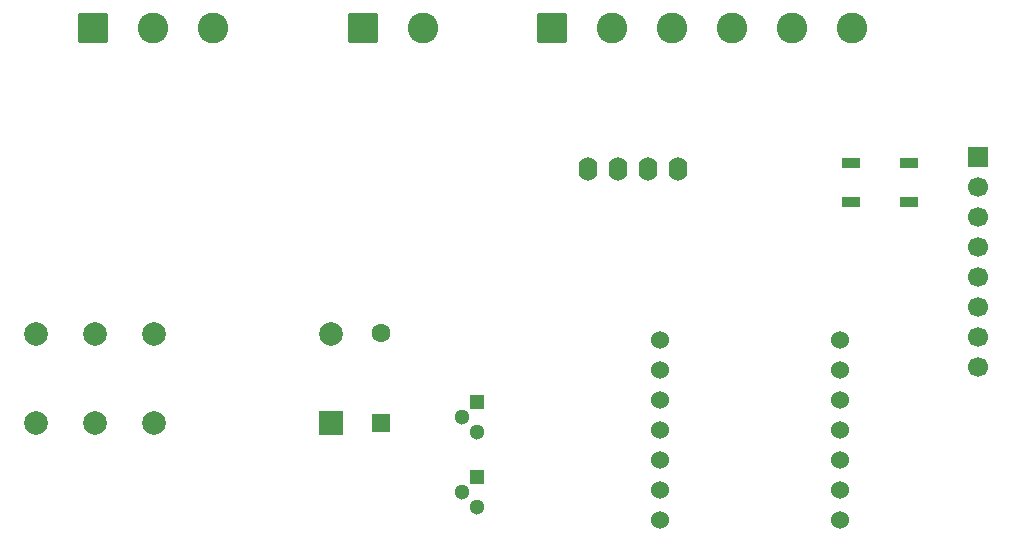
<source format=gts>
%TF.GenerationSoftware,KiCad,Pcbnew,9.0.4*%
%TF.CreationDate,2025-09-19T15:57:40+02:00*%
%TF.ProjectId,esp32c6-charger,65737033-3263-4362-9d63-686172676572,rev?*%
%TF.SameCoordinates,Original*%
%TF.FileFunction,Soldermask,Top*%
%TF.FilePolarity,Negative*%
%FSLAX45Y45*%
G04 Gerber Fmt 4.5, Leading zero omitted, Abs format (unit mm)*
G04 Created by KiCad (PCBNEW 9.0.4) date 2025-09-19 15:57:40*
%MOMM*%
%LPD*%
G01*
G04 APERTURE LIST*
G04 Aperture macros list*
%AMRoundRect*
0 Rectangle with rounded corners*
0 $1 Rounding radius*
0 $2 $3 $4 $5 $6 $7 $8 $9 X,Y pos of 4 corners*
0 Add a 4 corners polygon primitive as box body*
4,1,4,$2,$3,$4,$5,$6,$7,$8,$9,$2,$3,0*
0 Add four circle primitives for the rounded corners*
1,1,$1+$1,$2,$3*
1,1,$1+$1,$4,$5*
1,1,$1+$1,$6,$7*
1,1,$1+$1,$8,$9*
0 Add four rect primitives between the rounded corners*
20,1,$1+$1,$2,$3,$4,$5,0*
20,1,$1+$1,$4,$5,$6,$7,0*
20,1,$1+$1,$6,$7,$8,$9,0*
20,1,$1+$1,$8,$9,$2,$3,0*%
G04 Aperture macros list end*
%ADD10O,1.600000X2.000000*%
%ADD11R,1.700000X1.700000*%
%ADD12C,1.700000*%
%ADD13RoundRect,0.090000X-0.660000X-0.360000X0.660000X-0.360000X0.660000X0.360000X-0.660000X0.360000X0*%
%ADD14C,1.524000*%
%ADD15R,1.300000X1.300000*%
%ADD16C,1.300000*%
%ADD17RoundRect,0.250000X-1.050000X-1.050000X1.050000X-1.050000X1.050000X1.050000X-1.050000X1.050000X0*%
%ADD18C,2.600000*%
%ADD19C,2.000000*%
%ADD20R,2.000000X2.000000*%
%ADD21RoundRect,0.250000X0.550000X-0.550000X0.550000X0.550000X-0.550000X0.550000X-0.550000X-0.550000X0*%
%ADD22C,1.600000*%
G04 APERTURE END LIST*
D10*
%TO.C,Display1*%
X12547600Y-9156700D03*
X12801600Y-9156700D03*
X13055600Y-9156700D03*
X13309600Y-9156700D03*
%TD*%
D11*
%TO.C,Rfidreader1*%
X15849600Y-9055100D03*
D12*
X15849600Y-9309100D03*
X15849600Y-9563100D03*
X15849600Y-9817100D03*
X15849600Y-10071100D03*
X15849600Y-10325100D03*
X15849600Y-10579100D03*
X15849600Y-10833100D03*
%TD*%
D13*
%TO.C,D1*%
X14775400Y-9106100D03*
X14775400Y-9436100D03*
X15265400Y-9436100D03*
X15265400Y-9106100D03*
%TD*%
D14*
%TO.C,U2*%
X13157200Y-12128500D03*
X13157200Y-11874500D03*
X13157200Y-11620500D03*
X13157200Y-11366500D03*
X13157200Y-11112500D03*
X13157200Y-10858500D03*
X13157200Y-10604500D03*
X14681200Y-10604500D03*
X14681200Y-10858500D03*
X14681200Y-11112500D03*
X14681200Y-11366500D03*
X14681200Y-11620500D03*
X14681200Y-11874500D03*
X14681200Y-12128500D03*
%TD*%
D15*
%TO.C,Q2*%
X11607800Y-11125200D03*
D16*
X11480800Y-11252200D03*
X11607800Y-11379200D03*
%TD*%
D17*
%TO.C,J1*%
X10642600Y-7962900D03*
D18*
X11150600Y-7962900D03*
%TD*%
D19*
%TO.C,K1*%
X8373150Y-11303450D03*
X8373150Y-10553450D03*
X8873150Y-11303450D03*
X8873150Y-10553450D03*
X7873150Y-11303450D03*
X7873150Y-10553450D03*
D20*
X10373150Y-11303450D03*
D19*
X10373150Y-10553450D03*
%TD*%
D17*
%TO.C,J2*%
X12242800Y-7962900D03*
D18*
X12750800Y-7962900D03*
X13258800Y-7962900D03*
X13766800Y-7962900D03*
X14274800Y-7962900D03*
X14782800Y-7962900D03*
%TD*%
D17*
%TO.C,J3*%
X8356600Y-7962900D03*
D18*
X8864600Y-7962900D03*
X9372600Y-7962900D03*
%TD*%
D21*
%TO.C,D5*%
X10795000Y-11303000D03*
D22*
X10795000Y-10541000D03*
%TD*%
D15*
%TO.C,Q1*%
X11607800Y-11760200D03*
D16*
X11480800Y-11887200D03*
X11607800Y-12014200D03*
%TD*%
M02*

</source>
